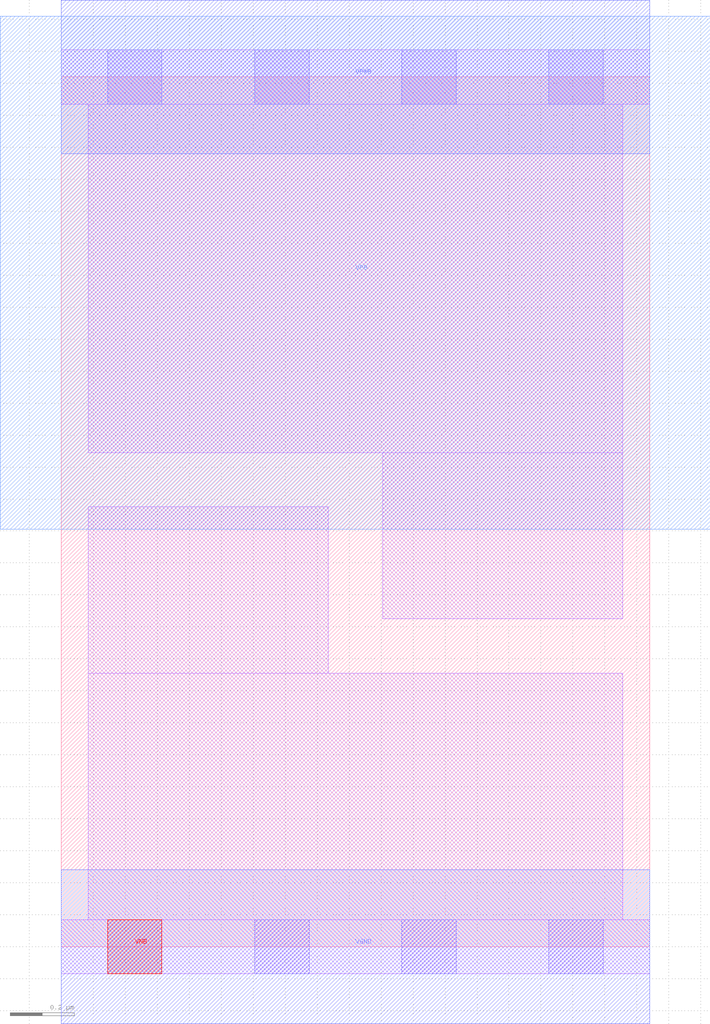
<source format=lef>
# Copyright 2020 The SkyWater PDK Authors
#
# Licensed under the Apache License, Version 2.0 (the "License");
# you may not use this file except in compliance with the License.
# You may obtain a copy of the License at
#
#     https://www.apache.org/licenses/LICENSE-2.0
#
# Unless required by applicable law or agreed to in writing, software
# distributed under the License is distributed on an "AS IS" BASIS,
# WITHOUT WARRANTIES OR CONDITIONS OF ANY KIND, either express or implied.
# See the License for the specific language governing permissions and
# limitations under the License.
#
# SPDX-License-Identifier: Apache-2.0

VERSION 5.7 ;
  NOWIREEXTENSIONATPIN ON ;
  DIVIDERCHAR "/" ;
  BUSBITCHARS "[]" ;
MACRO sky130_fd_sc_hd__decap_4
  CLASS CORE ;
  FOREIGN sky130_fd_sc_hd__decap_4 ;
  ORIGIN  0.000000  0.000000 ;
  SIZE  1.840000 BY  2.720000 ;
  SYMMETRY X Y R90 ;
  SITE unithd ;
  PIN VNB
    PORT
      LAYER pwell ;
        RECT 0.145000 -0.085000 0.315000 0.085000 ;
    END
  END VNB
  PIN VPB
    PORT
      LAYER nwell ;
        RECT -0.190000 1.305000 2.030000 2.910000 ;
    END
  END VPB
  PIN VGND
    DIRECTION INOUT ;
    SHAPE ABUTMENT ;
    USE GROUND ;
    PORT
      LAYER met1 ;
        RECT 0.000000 -0.240000 1.840000 0.240000 ;
    END
  END VGND
  PIN VPWR
    DIRECTION INOUT ;
    SHAPE ABUTMENT ;
    USE POWER ;
    PORT
      LAYER met1 ;
        RECT 0.000000 2.480000 1.840000 2.960000 ;
    END
  END VPWR
  OBS
    LAYER li1 ;
      RECT 0.000000 -0.085000 1.840000 0.085000 ;
      RECT 0.000000  2.635000 1.840000 2.805000 ;
      RECT 0.085000  0.085000 1.755000 0.855000 ;
      RECT 0.085000  0.855000 0.835000 1.375000 ;
      RECT 0.085000  1.545000 1.755000 2.635000 ;
      RECT 1.005000  1.025000 1.755000 1.545000 ;
    LAYER mcon ;
      RECT 0.145000 -0.085000 0.315000 0.085000 ;
      RECT 0.145000  2.635000 0.315000 2.805000 ;
      RECT 0.605000 -0.085000 0.775000 0.085000 ;
      RECT 0.605000  2.635000 0.775000 2.805000 ;
      RECT 1.065000 -0.085000 1.235000 0.085000 ;
      RECT 1.065000  2.635000 1.235000 2.805000 ;
      RECT 1.525000 -0.085000 1.695000 0.085000 ;
      RECT 1.525000  2.635000 1.695000 2.805000 ;
  END
END sky130_fd_sc_hd__decap_4
END LIBRARY

</source>
